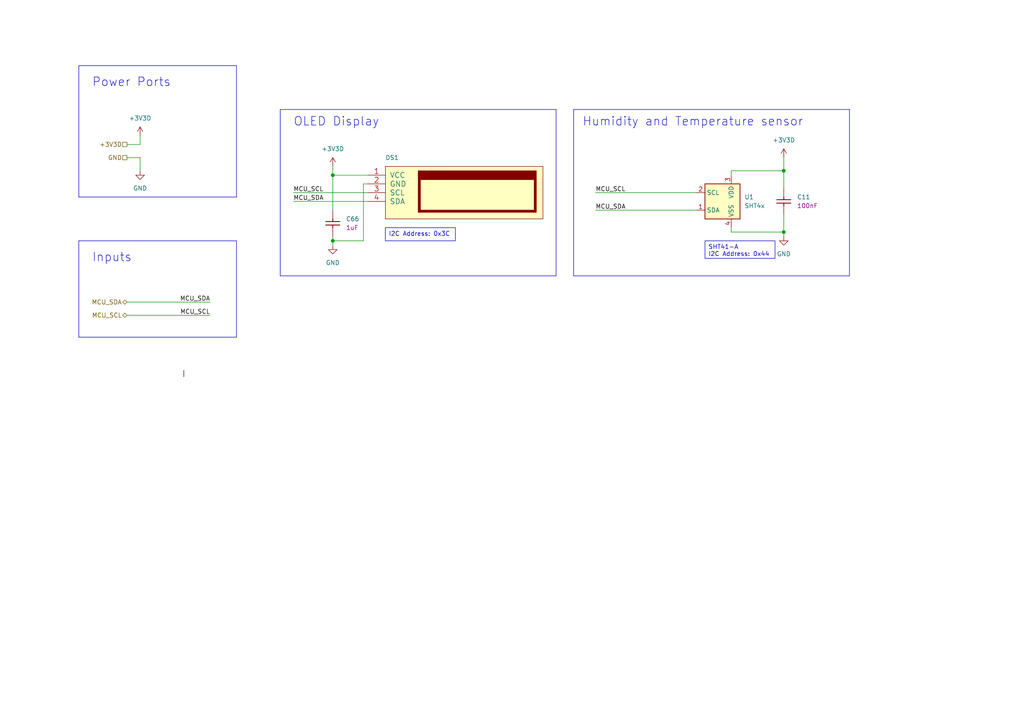
<source format=kicad_sch>
(kicad_sch (version 20230121) (generator eeschema)
  (paper "A4")
  (title_block (title "ACCURATE 2 Evaluation Board") (date "2023-10-06") (rev "A") (company "CERN") (comment 1 "CROME") (comment 3 "RP-IL") (comment 6 "Håkon Liverud") (comment 7 "2023-10-06"))
  (lib_symbols
    (symbol "Capacitors SMD:CC0603_100NF_50V_10%_X7R" (pin_names (offset 1.27))
      (property "Reference" "C" (at 3.81 3.048 0))
      (property "Val" "100nF" (at 3.81 -3.048 0))
      (symbol "CC0603_100NF_50V_10%_X7R_0_1"
        (polyline (pts (xy 2.54 0) (xy 3.302 0)) (stroke (width 0.254)))
        (polyline (pts (xy 3.302 -2.032) (xy 3.302 2.032)) (stroke (width 0.254)))
        (polyline (pts (xy 4.318 2.032) (xy 4.318 -2.032)) (stroke (width 0.254)))
        (polyline (pts (xy 5.08 0) (xy 4.318 0)) (stroke (width 0.254)))
        (pin passive line (at 0 0 0) (length 2.54) (name "1") (number "1"))
        (pin passive line (at 7.62 0 180) (length 2.54) (name "2") (number "2"))
      )
    )
    (symbol "Capacitors SMD:CC0603_1UF_16V_10%_X7R" (pin_names (offset 1.27))
      (property "Reference" "C" (at 3.81 3.048 0))
      (property "Val" "1uF" (at 3.81 -3.048 0))
      (symbol "CC0603_1UF_16V_10%_X7R_0_1"
        (polyline (pts (xy 2.54 0) (xy 3.302 0)) (stroke (width 0.254)))
        (polyline (pts (xy 3.302 -2.032) (xy 3.302 2.032)) (stroke (width 0.254)))
        (polyline (pts (xy 4.318 2.032) (xy 4.318 -2.032)) (stroke (width 0.254)))
        (polyline (pts (xy 5.08 0) (xy 4.318 0)) (stroke (width 0.254)))
        (pin passive line (at 0 0 0) (length 2.54) (name "1") (number "1"))
        (pin passive line (at 7.62 0 180) (length 2.54) (name "2") (number "2"))
      )
    )
    (symbol "LEDs & Displays:DS_MIDAS_MDOB128064V2V-WI" (pin_names (offset 1.27))
      (property "Reference" "DS" (at 22.86 1.27 0))
      (symbol "DS_MIDAS_MDOB128064V2V-WI_0_1"
        (rectangle (start 0 -15.24) (end 45.72 0) (fill (type background)))
        (rectangle (start 9.525 -13.335) (end 10.16 -1.27) (fill (type outline)))
        (rectangle (start 10.16 -13.335) (end 43.18 -12.7) (fill (type outline)))
        (rectangle (start 10.16 -12.7) (end 43.18 -3.81) (fill (type background)))
        (rectangle (start 10.16 -3.81) (end 43.18 -1.27) (fill (type outline)))
        (rectangle (start 43.18 -13.335) (end 43.815 -1.27) (fill (type outline)))
        (text "128 x 64 Dots" (at 26.67 -6.35 0) (effects (font (size 1.27 1.27) bold)))
        (text "OLED DISPLAY" (at 26.67 -10.16 0) (effects (font (size 2.032 2.032) bold)))
        (pin power_in line (at -5.08 -2.54 0) (length 5.08) (name "VCC") (number "1"))
        (pin power_in line (at -5.08 -5.08 0) (length 5.08) (name "GND") (number "2"))
        (pin input line (at -5.08 -7.62 0) (length 5.08) (name "SCL") (number "3"))
        (pin bidirectional line (at -5.08 -10.16 0) (length 5.08) (name "SDA") (number "4"))
      )
    )
    (symbol "Sensor_Humidity:SHT4x"
      (property "Reference" "U" (at 0 8.89 0))
      (property "Value" "SHT4x" (at 0 6.35 0))
      (symbol "SHT4x_1_1"
        (rectangle (start -5.08 5.08) (end 5.08 -5.08) (stroke (width 0.254)) (fill (type background)))
        (pin bidirectional line (at -7.62 -2.54 0) (length 2.54) (name "SDA") (number "1"))
        (pin input line (at -7.62 2.54 0) (length 2.54) (name "SCL") (number "2"))
        (pin power_in line (at 2.54 7.62 270) (length 2.54) (name "VDD") (number "3"))
        (pin power_in line (at 2.54 -7.62 90) (length 2.54) (name "VSS") (number "4"))
      )
    )
    (symbol "power:GND" (power) (pin_names (offset 0))
      (property "Value" "GND" (at 0 -3.81 0))
      (symbol "GND_0_1"
        (polyline (pts (xy 0 0) (xy 0 -1.27) (xy 1.27 -1.27) (xy 0 -2.54) (xy -1.27 -1.27) (xy 0 -1.27)))
      )
      (symbol "GND_1_1"
        (pin power_in line (at 0 0 270) (length 0) hide (name "GND") (number "1"))
      )
    )
    (symbol "symbol_lib:+3V3D" (power) (pin_names (offset 0))
      (property "Value" "+3V3D" (at 0 3.556 0))
      (symbol "+3V3D_0_1"
        (polyline (pts (xy -0.762 1.27) (xy 0 2.54)))
        (polyline (pts (xy 0 0) (xy 0 2.54)))
        (polyline (pts (xy 0 2.54) (xy 0.762 1.27)))
      )
      (symbol "+3V3D_1_1"
        (pin power_in line (at 0 0 90) (length 0) hide (name "+3V3D") (number "1"))
      )
    )
  )
  (junction (at 96.52 50.8))
  (junction (at 227.33 67.31))
  (junction (at 227.33 49.53))
  (junction (at 96.52 69.85))
  (polyline (pts (xy 22.86 69.85) (xy 22.86 97.79)))
  (wire (pts (xy 212.09 66.04) (xy 212.09 67.31)))
  (polyline (pts (xy 166.37 31.75) (xy 166.37 80.01)))
  (wire (pts (xy 85.09 55.88) (xy 106.68 55.88)))
  (wire (pts (xy 85.09 58.42) (xy 106.68 58.42)))
  (wire (pts (xy 212.09 49.53) (xy 212.09 50.8)))
  (wire (pts (xy 36.83 41.91) (xy 40.64 41.91)))
  (wire (pts (xy 36.83 87.63) (xy 60.96 87.63)))
  (polyline (pts (xy 161.29 31.75) (xy 161.29 80.01)))
  (polyline (pts (xy 246.38 80.01) (xy 166.37 80.01)))
  (polyline (pts (xy 68.58 57.15) (xy 22.86 57.15)))
  (polyline (pts (xy 246.38 31.75) (xy 246.38 80.01)))
  (polyline (pts (xy 68.58 97.79) (xy 22.86 97.79)))
  (polyline (pts (xy 53.3146 107.4166) (xy 53.3146 109.2962)))
  (wire (pts (xy 96.52 69.85) (xy 96.52 68.58)))
  (polyline (pts (xy 22.86 19.05) (xy 68.58 19.05)))
  (wire (pts (xy 172.72 55.88) (xy 201.93 55.88)))
  (wire (pts (xy 40.64 41.91) (xy 40.64 39.37)))
  (wire (pts (xy 227.33 67.31) (xy 227.33 68.58)))
  (polyline (pts (xy 161.29 80.01) (xy 81.28 80.01)))
  (polyline (pts (xy 22.86 69.85) (xy 68.58 69.85)))
  (polyline (pts (xy 68.58 69.85) (xy 68.58 97.79)))
  (polyline (pts (xy 166.37 31.75) (xy 246.38 31.75)))
  (polyline (pts (xy 22.86 19.05) (xy 22.86 57.15)))
  (wire (pts (xy 96.52 50.8) (xy 96.52 60.96)))
  (wire (pts (xy 36.83 45.72) (xy 40.64 45.72)))
  (wire (pts (xy 212.09 67.31) (xy 227.33 67.31)))
  (wire (pts (xy 227.33 45.72) (xy 227.33 49.53)))
  (wire (pts (xy 96.52 48.26) (xy 96.52 50.8)))
  (wire (pts (xy 227.33 54.61) (xy 227.33 49.53)))
  (polyline (pts (xy 68.58 19.05) (xy 68.58 57.15)))
  (wire (pts (xy 105.41 69.85) (xy 96.52 69.85)))
  (wire (pts (xy 36.83 91.44) (xy 60.96 91.44)))
  (wire (pts (xy 96.52 69.85) (xy 96.52 71.12)))
  (polyline (pts (xy 81.28 31.75) (xy 81.28 80.01)))
  (wire (pts (xy 40.64 45.72) (xy 40.64 49.53)))
  (polyline (pts (xy 81.28 31.75) (xy 161.29 31.75)))
  (wire (pts (xy 227.33 67.31) (xy 227.33 62.23)))
  (wire (pts (xy 105.41 53.34) (xy 105.41 69.85)))
  (wire (pts (xy 172.72 60.96) (xy 201.93 60.96)))
  (wire (pts (xy 106.68 50.8) (xy 96.52 50.8)))
  (wire (pts (xy 227.33 49.53) (xy 212.09 49.53)))
  (wire (pts (xy 106.68 53.34) (xy 105.41 53.34)))
  (text_box "I2C Address: 0x3C" (at 111.76 66.04 0) (size 20.32 3.81) (effects (font (size 1.27 1.27)) (justify left top)))
  (text_box "SHT41-A\nI2C Address: 0x44" (at 204.47 69.85 0) (size 20.32 5.08) (effects (font (size 1.27 1.27)) (justify left top)))
  (text "Power Ports" (at 26.67 25.4 0) (effects (font (size 2.5 2.5)) (justify left bottom)))
  (text "Inputs" (at 26.67 76.2 0) (effects (font (size 2.5 2.5)) (justify left bottom)))
  (text "OLED Display" (at 85.09 36.83 0) (effects (font (size 2.5 2.5)) (justify left bottom)))
  (text "Humidity and Temperature sensor" (at 168.91 36.83 0) (effects (font (size 2.5 2.5)) (justify left bottom)))
  (label "MCU_SDA" (at 85.09 58.42 0))
  (label "MCU_SCL" (at 60.96 91.44 180))
  (label "MCU_SCL" (at 85.09 55.88 0))
  (label "MCU_SDA" (at 172.72 60.96 0))
  (label "MCU_SCL" (at 172.72 55.88 0))
  (label "MCU_SDA" (at 60.96 87.63 180))
  (hierarchical_label "MCU_SCL" (shape bidirectional) (at 36.83 91.44 180))
  (hierarchical_label "+3V3D" (shape passive) (at 36.83 41.91 180))
  (hierarchical_label "GND" (shape passive) (at 36.83 45.72 180))
  (hierarchical_label "MCU_SDA" (shape bidirectional) (at 36.83 87.63 180))
  (symbol (lib_id "symbol_lib:+3V3D") (at 227.33 45.72 0) (unit 1)
    (property "Reference" "#PWR016" (effects hide))
    (property "Value" "+3V3D" (at 227.33 40.64 0))
    (instances (project "Accurate_Eval" (path "" (reference "#PWR016") (unit 1)) (path "" (reference "#PWR015") (unit 1))))
  )
  (symbol (lib_id "Sensor_Humidity:SHT4x") (at 209.55 58.42 0) (unit 1)
    (property "Reference" "U1" (at 215.9 57.15 0) (effects (justify left)))
    (property "Value" "SHT4x" (at 215.9 59.69 0) (effects (justify left)))
    (property "Footprint" "Sensor_Humidity:Sensirion_DFN-4_1.5x1.5mm_P0.8mm_SHT4x_NoCentralPad" (effects hide))
    (property "Datasheet" "https://sensirion.com/media/documents/33FD6951/624C4357/Datasheet_SHT4x.pdf" (effects hide))
  )
  (symbol (lib_id "symbol_lib:+3V3D") (at 40.64 39.37 0) (unit 1)
    (property "Reference" "#PWR032" (effects hide))
    (property "Value" "+3V3D" (at 40.64 34.29 0))
    (instances (project "Accurate_Eval" (path "" (reference "#PWR032") (unit 1)) (path "" (reference "#PWR0120") (unit 1)) (path "" (reference "#PWR0122") (unit 1))))
  )
  (symbol (lib_id "LEDs & Displays:DS_MIDAS_MDOB128064V2V-WI") (at 111.76 48.26 0) (unit 1)
    (property "Reference" "DS1" (at 111.76 45.72 0) (effects (justify left)))
    (property "Value" "DS_MIDAS_MDOB128064V2V-WI" (effects hide))
    (property "Footprint" "ICs And Semiconductors THD:DS_MIDAS_MDOB128064V2V-WI" (effects hide))
    (property "Datasheet" "\\\\cern.ch\\dfs\\Applications\\Altium\\Datasheets\\DS_MIDAS_MDOB128064V2V-WI.pdf" (effects hide))
    (property "Part Number" "DS_MIDAS_MDOB128064V2V-WI" (effects hide))
    (property "Library Ref" "DS_MIDAS_MDOB128064V2V-WI" (effects hide))
    (property "Library Path" "SchLib\\LEDs & Displays.SchLib" (effects hide))
    (property "Comment" "MDOB128064V2V-WI" (effects hide))
    (property "Component Kind" "Standard" (effects hide))
    (property "Component Type" "Standard" (effects hide))
    (property "Color" " " (effects hide))
    (property "Device" "MDOB128064V2V-WI" (effects hide))
    (property "PackageDescription" "LCD Display Module, 128 x 64 Dots Matrix, Body 27.3x27.3mm" (effects hide))
    (property "Status" " " (effects hide))
    (property "Part Description" "LCD Display, Display Color White, I2C Bus Data Interface, 128 x 64 Dots Matrix" (effects hide))
    (property "Manufacturer" "MIDAS DISPLAY" (effects hide))
    (property "Manufacturer Part Number" "MDOB128064V2V-WI" (effects hide))
    (property "Pin Count" "4" (effects hide))
    (property "Case" " " (effects hide))
    (property "Mounted" "Yes" (effects hide))
    (property "Socket" "No" (effects hide))
    (property "SMD" "No" (effects hide))
    (property "PressFit" "No" (effects hide))
    (property "Sense Comment" "Manual Soldering and Non-washable" (effects hide))
    (property "Sense" "Yes" (effects hide))
    (property "Bonding" "No" (effects hide))
    (property "Status Comment" "Sensitive (See Sensitive Field)" (effects hide))
    (property "ComponentHeight" "3.87mm" (effects hide))
    (property "Footprint Path" "PcbLib\\ICs And Semiconductors THD.PcbLib" (effects hide))
    (property "Footprint Ref" "DS_MIDAS_MDOB128064V2V-WI" (effects hide))
    (property "HelpURL" "\\\\cern.ch\\dfs\\Applications\\Altium\\Datasheets\\DS_MIDAS_MDOB128064V2V-WI.pdf" (effects hide))
    (property "ComponentLink1URL" " " (effects hide))
    (property "ComponentLink1Description" " " (effects hide))
    (property "ComponentLink2URL" " " (effects hide))
    (property "ComponentLink2Description" " " (effects hide))
    (property "Author" "CERN DEM BC" (effects hide))
    (property "CreateDate" "01/27/20 00:00:00" (effects hide))
    (property "LatestRevisionDate" "01/27/20 00:00:00" (effects hide))
    (property "Database Table Name" "ICs And Semiconductors" (effects hide))
    (property "Library Name" "LEDs & Displays" (effects hide))
    (property "Footprint Library" "ICs And Semiconductors THD" (effects hide))
    (property "License" "This work is licensed under the Creative Commons CC-BY-SA 4.0 License. To the extent that circuit schematics that use Licensed Material can be considered to be ‘Adapted Material’, then the copyright holder waives article 3.b of the license with respect to these schematics." (effects hide))
  )
  (symbol (lib_id "symbol_lib:+3V3D") (at 96.52 48.26 0) (unit 1)
    (property "Reference" "#PWR0114" (effects hide))
    (property "Value" "+3V3D" (at 96.52 43.18 0))
  )
  (symbol (lib_id "Capacitors SMD:CC0603_100NF_50V_10%_X7R") (at 227.33 54.61 270) (unit 1)
    (property "Reference" "C11" (at 231.14 57.15 90) (effects (justify left)))
    (property "Value" "CC0603_100NF_50V_10%_X7R" (effects hide))
    (property "Footprint" "Capacitors SMD:CAPC1608X87N" (effects hide))
    (property "Datasheet" "\\\\cern.ch\\dfs\\Applications\\Altium\\Datasheets\\CC0603_X7R_PHYCOMP.pdf" (effects hide))
    (property "Val" "100nF" (at 231.14 59.69 90) (effects (justify left)))
    (property "Part Number" "CC0603_100NF_50V_10%_X7R" (effects hide))
    (property "Library Ref" "Capacitor - non polarized" (effects hide))
    (property "Library Path" "SchLib\\Capacitors.SchLib" (effects hide))
    (property "Comment" "100nF" (effects hide))
    (property "Component Kind" "Standard" (effects hide))
    (property "Component Type" "Standard" (effects hide))
    (property "Pin Count" "2" (effects hide))
    (property "Footprint Path" "PcbLib\\Capacitors SMD.PcbLib" (effects hide))
    (property "Footprint Ref" "CAPC1608X87N" (effects hide))
    (property "PackageDescription" " " (effects hide))
    (property "Status" "Preferred" (effects hide))
    (property "Status Comment" " " (effects hide))
    (property "Voltage" "50V" (effects hide))
    (property "TC" "X7R" (effects hide))
    (property "Tolerance" "±10%" (effects hide))
    (property "Part Description" "SMD Multilayer Chip Ceramic Capacitor" (effects hide))
    (property "Manufacturer" "GENERIC" (effects hide))
    (property "Manufacturer Part Number" "CC0603_100NF_50V_10%_X7R" (effects hide))
    (property "Case" "0603" (effects hide))
    (property "Mounted" "Yes" (effects hide))
    (property "Socket" "No" (effects hide))
    (property "SMD" "Yes" (effects hide))
    (property "PressFit" " " (effects hide))
    (property "Sense" "No" (effects hide))
    (property "Sense Comment" " " (effects hide))
    (property "ComponentHeight" " " (effects hide))
    (property "Manufacturer1 Example" "PHYCOMP" (effects hide))
    (property "Manufacturer1 Part Number" "223858615649" (effects hide))
    (property "Manufacturer1 ComponentHeight" "0.87mm" (effects hide))
    (property "HelpURL" "\\\\cern.ch\\dfs\\Applications\\Altium\\Datasheets\\CC0603_X7R_PHYCOMP.pdf" (effects hide))
    (property "Author" "CERN DEM JLC" (effects hide))
    (property "CreateDate" "12/03/07 00:00:00" (effects hide))
    (property "LatestRevisionDate" "12/03/07 00:00:00" (effects hide))
    (property "Database Table Name" "Capacitors" (effects hide))
    (property "Library Name" "Capacitors SMD" (effects hide))
    (property "Footprint Library" "Capacitors SMD" (effects hide))
    (property "License" "This work is licensed under the Creative Commons CC-BY-SA 4.0 License. To the extent that circuit schematics that use Licensed Material can be considered to be ‘Adapted Material’, then the copyright holder waives article 3.b of the license with respect to these schematics." (effects hide))
  )
  (symbol (lib_id "power:GND") (at 96.52 71.12 0) (unit 1)
    (property "Reference" "#PWR0115" (effects hide))
    (property "Value" "GND" (at 96.52 76.2 0))
  )
  (symbol (lib_id "Capacitors SMD:CC0603_1UF_16V_10%_X7R") (at 96.52 60.96 270) (unit 1)
    (property "Reference" "C66" (at 100.33 63.5 90) (effects (justify left)))
    (property "Value" "CC0603_1UF_16V_10%_X7R" (effects hide))
    (property "Footprint" "Capacitors SMD:CAPC1608X87N" (effects hide))
    (property "Datasheet" "\\\\cern.ch\\dfs\\Applications\\Altium\\Datasheets\\CC0603_X7R_PHYCOMP.pdf" (effects hide))
    (property "Val" "1uF" (at 100.33 66.04 90) (effects (justify left)))
    (property "Part Number" "CC0603_1UF_16V_10%_X7R" (effects hide))
    (property "Library Ref" "Capacitor - non polarized" (effects hide))
    (property "Library Path" "SchLib\\Capacitors.SchLib" (effects hide))
    (property "Comment" "1uF" (effects hide))
    (property "Component Kind" "Standard" (effects hide))
    (property "Component Type" "Standard" (effects hide))
    (property "Pin Count" "2" (effects hide))
    (property "Footprint Path" "PcbLib\\Capacitors SMD.PcbLib" (effects hide))
    (property "Footprint Ref" "CAPC1608X87N" (effects hide))
    (property "PackageDescription" " " (effects hide))
    (property "Status" "None" (effects hide))
    (property "Status Comment" " " (effects hide))
    (property "Voltage" "16V" (effects hide))
    (property "TC" "X7R" (effects hide))
    (property "Tolerance" "±10%" (effects hide))
    (property "Part Description" "SMD Multilayer Chip Ceramic Capacitor" (effects hide))
    (property "Manufacturer" "GENERIC" (effects hide))
    (property "Manufacturer Part Number" "CC0603_1UF_16V_10%_X7R" (effects hide))
    (property "Case" "0603" (effects hide))
    (property "Mounted" "Yes" (effects hide))
    (property "Socket" "No" (effects hide))
    (property "SMD" "Yes" (effects hide))
    (property "PressFit" " " (effects hide))
    (property "Sense" "No" (effects hide))
    (property "Sense Comment" " " (effects hide))
    (property "ComponentHeight" " " (effects hide))
    (property "Manufacturer1 Example" "YAGEO PHYCOMP" (effects hide))
    (property "Manufacturer1 Part Number" "223878615663" (effects hide))
    (property "Manufacturer1 ComponentHeight" "0.9mm" (effects hide))
    (property "HelpURL" "\\\\cern.ch\\dfs\\Applications\\Altium\\Datasheets\\CC0603_X7R_PHYCOMP.pdf" (effects hide))
    (property "Author" "CERN DEM JLC" (effects hide))
    (property "CreateDate" "12/03/07 00:00:00" (effects hide))
    (property "LatestRevisionDate" "04/17/15 00:00:00" (effects hide))
    (property "Database Table Name" "Capacitors" (effects hide))
    (property "Library Name" "Capacitors SMD" (effects hide))
    (property "Footprint Library" "Capacitors SMD" (effects hide))
    (property "License" "This work is licensed under the Creative Commons CC-BY-SA 4.0 License. To the extent that circuit schematics that use Licensed Material can be considered to be ‘Adapted Material’, then the copyright holder waives article 3.b of the license with respect to these schematics." (effects hide))
  )
  (symbol (lib_id "power:GND") (at 40.64 49.53 0) (unit 1)
    (property "Reference" "#PWR031" (effects hide))
    (property "Value" "GND" (at 40.64 54.61 0))
    (instances (project "Accurate_Eval" (path "" (reference "#PWR031") (unit 1)) (path "" (reference "#PWR0121") (unit 1)) (path "" (reference "#PWR0149") (unit 1))))
  )
  (symbol (lib_id "power:GND") (at 227.33 68.58 0) (unit 1)
    (property "Reference" "#PWR013" (effects hide))
    (property "Value" "GND" (at 227.33 73.66 0))
    (instances (project "Accurate_Eval" (path "" (reference "#PWR013") (unit 1)) (path "" (reference "#PWR016") (unit 1))))
  )
)
</source>
